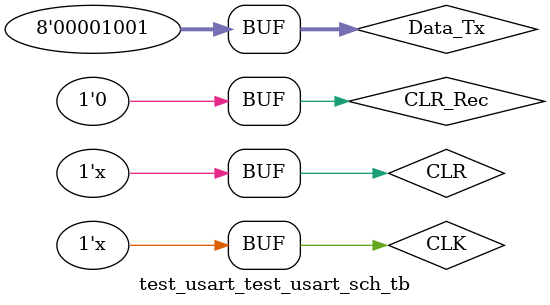
<source format=v>

`timescale 1ns / 1ps

module test_usart_test_usart_sch_tb();

// Inputs
   reg CLK;
   wire CLK_B;
   reg CLR;
   wire  Rx;
   reg [7:0] Data_Tx;
	reg CLR_Rec;
// Output
   wire Tx;
   wire parity_err;
   wire [7:0] Data_Rx;

// Bidirs

// Instantiate the UUT
   test_usart UUT (
		.Tx(Tx), 
		.CLK(CLK), 
		.CLK_B(CLK_B), 
		.CLR(CLR), 
		.Rx(Rx), 
		.Data_Tx(Data_Tx), 
		.parity_err(parity_err), 
		.Data_Rx(Data_Rx),
		.CLR_Rec(CLR_Rec)
   );
// Initialize Inputs

   initial begin
	CLR = 0;
	CLR_Rec = 0;
	#100;
		CLK = 0;
		CLR = 1;
		CLR_Rec = 1;
		Data_Tx = 09;
		#100000;
		CLR = 0;
		CLR_Rec = 0;
   end
		
		assign Rx = Tx;
		
	always begin
		 CLK =~CLK;
		 #5;
		 end

 	always begin
		#5000000;
		CLR = ~CLR;
   end
endmodule

</source>
